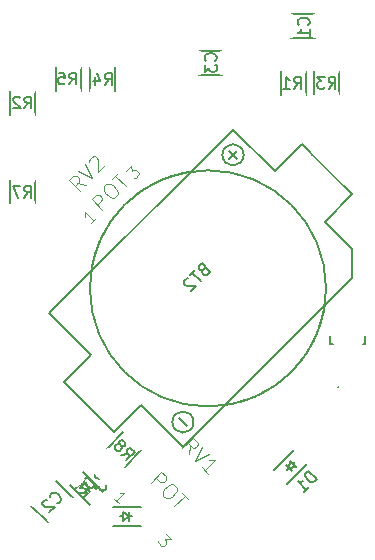
<source format=gbr>
G04 #@! TF.FileFunction,Legend,Bot*
%FSLAX46Y46*%
G04 Gerber Fmt 4.6, Leading zero omitted, Abs format (unit mm)*
G04 Created by KiCad (PCBNEW (2015-11-17 BZR 6321)-product) date Thu 03 Dec 2015 08:01:09 PM EST*
%MOMM*%
G01*
G04 APERTURE LIST*
%ADD10C,0.100000*%
%ADD11C,0.150000*%
%ADD12C,0.088900*%
%ADD13R,2.400000X2.000000*%
%ADD14R,1.400000X1.000000*%
%ADD15O,2.000000X2.000000*%
%ADD16R,1.200100X2.200860*%
%ADD17R,2.100000X2.400000*%
%ADD18C,1.924000*%
%ADD19C,2.000200*%
%ADD20C,1.300000*%
%ADD21C,1.299160*%
G04 APERTURE END LIST*
D10*
D11*
X82000505Y-89285787D02*
G75*
G02X90485786Y-80800505I9899495J-1414213D01*
G01*
X101799495Y-92114213D02*
G75*
G02X93314214Y-100599495I-9899495J1414213D01*
G01*
X82000505Y-96356854D02*
X78464971Y-92821320D01*
X89778680Y-104135029D02*
X86243146Y-100599495D01*
X97556854Y-80800505D02*
X94021320Y-77264971D01*
X104097592Y-87341243D02*
X101799495Y-85043146D01*
X97556854Y-96356854D02*
X104097592Y-89816117D01*
X104097592Y-89816117D02*
X104097592Y-87341243D01*
X93667767Y-79739845D02*
X94374874Y-79032738D01*
X90132233Y-102367262D02*
X89425126Y-101660155D01*
X90680067Y-102013708D02*
G75*
G03X90680067Y-102013708I-901387J0D01*
G01*
X78464971Y-92821320D02*
X94021320Y-77264971D01*
X102011627Y-78113499D02*
X100738835Y-79386292D01*
X104486501Y-80588373D02*
X102011627Y-78113499D01*
X103213708Y-81861165D02*
X104486501Y-80588373D01*
X99854951Y-78502408D02*
X97556854Y-80800505D01*
X104097592Y-82745049D02*
X99854951Y-78502408D01*
X101799495Y-85043146D02*
X104097592Y-82745049D01*
X101900000Y-90700000D02*
G75*
G03X101900000Y-90700000I-10000000J0D01*
G01*
X89778680Y-104135029D02*
X97556854Y-96356854D01*
X80586292Y-99538835D02*
X79313499Y-100811627D01*
X83945049Y-102897592D02*
X86243146Y-100599495D01*
X79313499Y-100811627D02*
X81788373Y-103286501D01*
X79702408Y-98654951D02*
X83945049Y-102897592D01*
X82000505Y-96356854D02*
X79702408Y-98654951D01*
X81788373Y-103286501D02*
X83061165Y-102013708D01*
X94922708Y-79386292D02*
G75*
G03X94922708Y-79386292I-901388J0D01*
G01*
X94374874Y-79739845D02*
X93667767Y-79032738D01*
X100950000Y-69525000D02*
X98950000Y-69525000D01*
X98950000Y-67475000D02*
X100950000Y-67475000D01*
X78364124Y-110500089D02*
X76949911Y-109085876D01*
X79035876Y-106999911D02*
X80450089Y-108414124D01*
X91125000Y-70575000D02*
X93125000Y-70575000D01*
X93125000Y-72625000D02*
X91125000Y-72625000D01*
X99126777Y-105573223D02*
X99303553Y-105396447D01*
X98773223Y-105926777D02*
X98596447Y-106103553D01*
X98773223Y-105926777D02*
X99374264Y-105820711D01*
X99374264Y-105820711D02*
X98879289Y-105325736D01*
X98879289Y-105325736D02*
X98773223Y-105926777D01*
X99020711Y-106174264D02*
X98525736Y-105679289D01*
X97465076Y-106103553D02*
X99162132Y-104406497D01*
X98596447Y-107234924D02*
X100293503Y-105537868D01*
X81350642Y-107369042D02*
X81173866Y-107192266D01*
X81704196Y-107722596D02*
X81880972Y-107899372D01*
X81704196Y-107722596D02*
X81598130Y-107121555D01*
X81598130Y-107121555D02*
X81103155Y-107616530D01*
X81103155Y-107616530D02*
X81704196Y-107722596D01*
X81951683Y-107475108D02*
X81456708Y-107970083D01*
X81880972Y-109030743D02*
X80183916Y-107333687D01*
X83012343Y-107899372D02*
X81315287Y-106202316D01*
X84700000Y-110000000D02*
X84450000Y-110000000D01*
X85200000Y-110000000D02*
X85450000Y-110000000D01*
X85200000Y-110000000D02*
X84700000Y-109650000D01*
X84700000Y-109650000D02*
X84700000Y-110350000D01*
X84700000Y-110350000D02*
X85200000Y-110000000D01*
X85200000Y-109650000D02*
X85200000Y-110350000D01*
X86250000Y-110800000D02*
X83850000Y-110800000D01*
X86250000Y-109200000D02*
X83850000Y-109200000D01*
X102200180Y-94698060D02*
X102200180Y-95399100D01*
X102200180Y-95399100D02*
X102449100Y-95399100D01*
X104999160Y-95399100D02*
X105199820Y-95399100D01*
X105199820Y-95399100D02*
X105199820Y-94698060D01*
X100225000Y-74300000D02*
X100225000Y-72300000D01*
X98075000Y-72300000D02*
X98075000Y-74300000D01*
X75125000Y-74000000D02*
X75125000Y-76000000D01*
X77275000Y-76000000D02*
X77275000Y-74000000D01*
X100875000Y-72250000D02*
X100875000Y-74250000D01*
X103025000Y-74250000D02*
X103025000Y-72250000D01*
X81875000Y-71978608D02*
X81875000Y-73978608D01*
X84025000Y-73978608D02*
X84025000Y-71978608D01*
X79029678Y-71978608D02*
X79029678Y-73978608D01*
X81179678Y-73978608D02*
X81179678Y-71978608D01*
X77275000Y-83500000D02*
X77275000Y-81500000D01*
X75125000Y-81500000D02*
X75125000Y-83500000D01*
X84838819Y-105781461D02*
X86253033Y-104367247D01*
X84732753Y-102846967D02*
X83318539Y-104261181D01*
X91495076Y-89143908D02*
X91427732Y-89278595D01*
X91427733Y-89345939D01*
X91461405Y-89446955D01*
X91562420Y-89547970D01*
X91663435Y-89581641D01*
X91730778Y-89581641D01*
X91831794Y-89547970D01*
X92101168Y-89278595D01*
X91394061Y-88571488D01*
X91158359Y-88807191D01*
X91124687Y-88908206D01*
X91124687Y-88975550D01*
X91158359Y-89076565D01*
X91225702Y-89143908D01*
X91326717Y-89177580D01*
X91394061Y-89177580D01*
X91495076Y-89143908D01*
X91730778Y-88908206D01*
X90787970Y-89177580D02*
X90383908Y-89581641D01*
X91293046Y-90086717D02*
X90585939Y-89379610D01*
X90249222Y-89851015D02*
X90181878Y-89851015D01*
X90080863Y-89884687D01*
X89912504Y-90053046D01*
X89878832Y-90154061D01*
X89878832Y-90221405D01*
X89912504Y-90322420D01*
X89979847Y-90389763D01*
X90114534Y-90457107D01*
X90922657Y-90457107D01*
X90484924Y-90894840D01*
X100407143Y-68393334D02*
X100454762Y-68345715D01*
X100502381Y-68202858D01*
X100502381Y-68107620D01*
X100454762Y-67964762D01*
X100359524Y-67869524D01*
X100264286Y-67821905D01*
X100073810Y-67774286D01*
X99930952Y-67774286D01*
X99740476Y-67821905D01*
X99645238Y-67869524D01*
X99550000Y-67964762D01*
X99502381Y-68107620D01*
X99502381Y-68202858D01*
X99550000Y-68345715D01*
X99597619Y-68393334D01*
X100502381Y-69345715D02*
X100502381Y-68774286D01*
X100502381Y-69060000D02*
X99502381Y-69060000D01*
X99645238Y-68964762D01*
X99740476Y-68869524D01*
X99788095Y-68774286D01*
X79090389Y-108894688D02*
X79157732Y-108894688D01*
X79292419Y-108827344D01*
X79359763Y-108760001D01*
X79427107Y-108625313D01*
X79427107Y-108490626D01*
X79393435Y-108389611D01*
X79292420Y-108221253D01*
X79191404Y-108120237D01*
X79023045Y-108019222D01*
X78922030Y-107985550D01*
X78787343Y-107985550D01*
X78652656Y-108052894D01*
X78585312Y-108120237D01*
X78517969Y-108254924D01*
X78517969Y-108322268D01*
X78248595Y-108591641D02*
X78181252Y-108591641D01*
X78080237Y-108625313D01*
X77911877Y-108793672D01*
X77878206Y-108894688D01*
X77878206Y-108962031D01*
X77911877Y-109063046D01*
X77979221Y-109130390D01*
X78113908Y-109197733D01*
X78922030Y-109197733D01*
X78484297Y-109635466D01*
X92537143Y-71413334D02*
X92584762Y-71365715D01*
X92632381Y-71222858D01*
X92632381Y-71127620D01*
X92584762Y-70984762D01*
X92489524Y-70889524D01*
X92394286Y-70841905D01*
X92203810Y-70794286D01*
X92060952Y-70794286D01*
X91870476Y-70841905D01*
X91775238Y-70889524D01*
X91680000Y-70984762D01*
X91632381Y-71127620D01*
X91632381Y-71222858D01*
X91680000Y-71365715D01*
X91727619Y-71413334D01*
X91632381Y-71746667D02*
X91632381Y-72365715D01*
X92013333Y-72032381D01*
X92013333Y-72175239D01*
X92060952Y-72270477D01*
X92108571Y-72318096D01*
X92203810Y-72365715D01*
X92441905Y-72365715D01*
X92537143Y-72318096D01*
X92584762Y-72270477D01*
X92632381Y-72175239D01*
X92632381Y-71889524D01*
X92584762Y-71794286D01*
X92537143Y-71746667D01*
X101099942Y-106856118D02*
X100392835Y-106149011D01*
X100224476Y-106317370D01*
X100157132Y-106452057D01*
X100157132Y-106586744D01*
X100190804Y-106687759D01*
X100291819Y-106856118D01*
X100392835Y-106957134D01*
X100561193Y-107058149D01*
X100662209Y-107091820D01*
X100796895Y-107091820D01*
X100931583Y-107024476D01*
X101099942Y-106856118D01*
X100022445Y-107933614D02*
X100426507Y-107529553D01*
X100224476Y-107731583D02*
X99517370Y-107024476D01*
X99685728Y-107058148D01*
X99820415Y-107058148D01*
X99921430Y-107024476D01*
X82369213Y-107343789D02*
X81662106Y-106636682D01*
X81493747Y-106805041D01*
X81426403Y-106939728D01*
X81426403Y-107074415D01*
X81460075Y-107175430D01*
X81561090Y-107343789D01*
X81662106Y-107444805D01*
X81830464Y-107545820D01*
X81931480Y-107579491D01*
X82066166Y-107579491D01*
X82200854Y-107512147D01*
X82369213Y-107343789D01*
X81056014Y-107377460D02*
X80988671Y-107377460D01*
X80887656Y-107411132D01*
X80719296Y-107579491D01*
X80685625Y-107680507D01*
X80685625Y-107747850D01*
X80719296Y-107848865D01*
X80786640Y-107916209D01*
X80921327Y-107983552D01*
X81729449Y-107983552D01*
X81291716Y-108421285D01*
X83302381Y-106261905D02*
X82302381Y-106261905D01*
X82302381Y-106500000D01*
X82350000Y-106642858D01*
X82445238Y-106738096D01*
X82540476Y-106785715D01*
X82730952Y-106833334D01*
X82873810Y-106833334D01*
X83064286Y-106785715D01*
X83159524Y-106738096D01*
X83254762Y-106642858D01*
X83302381Y-106500000D01*
X83302381Y-106261905D01*
X82302381Y-107166667D02*
X82302381Y-107785715D01*
X82683333Y-107452381D01*
X82683333Y-107595239D01*
X82730952Y-107690477D01*
X82778571Y-107738096D01*
X82873810Y-107785715D01*
X83111905Y-107785715D01*
X83207143Y-107738096D01*
X83254762Y-107690477D01*
X83302381Y-107595239D01*
X83302381Y-107309524D01*
X83254762Y-107214286D01*
X83207143Y-107166667D01*
X103795238Y-99106479D02*
X103890476Y-99058860D01*
X103985714Y-98963622D01*
X104128571Y-98820765D01*
X104223810Y-98773146D01*
X104319048Y-98773146D01*
X104271429Y-99011241D02*
X104366667Y-98963622D01*
X104461905Y-98868384D01*
X104509524Y-98677908D01*
X104509524Y-98344574D01*
X104461905Y-98154098D01*
X104366667Y-98058860D01*
X104271429Y-98011241D01*
X104080952Y-98011241D01*
X103985714Y-98058860D01*
X103890476Y-98154098D01*
X103842857Y-98344574D01*
X103842857Y-98677908D01*
X103890476Y-98868384D01*
X103985714Y-98963622D01*
X104080952Y-99011241D01*
X104271429Y-99011241D01*
X102890476Y-99011241D02*
X103461905Y-99011241D01*
X103176191Y-99011241D02*
X103176191Y-98011241D01*
X103271429Y-98154098D01*
X103366667Y-98249336D01*
X103461905Y-98296955D01*
X99196666Y-73782381D02*
X99530000Y-73306190D01*
X99768095Y-73782381D02*
X99768095Y-72782381D01*
X99387142Y-72782381D01*
X99291904Y-72830000D01*
X99244285Y-72877619D01*
X99196666Y-72972857D01*
X99196666Y-73115714D01*
X99244285Y-73210952D01*
X99291904Y-73258571D01*
X99387142Y-73306190D01*
X99768095Y-73306190D01*
X98244285Y-73782381D02*
X98815714Y-73782381D01*
X98530000Y-73782381D02*
X98530000Y-72782381D01*
X98625238Y-72925238D01*
X98720476Y-73020476D01*
X98815714Y-73068095D01*
X76366666Y-75452381D02*
X76700000Y-74976190D01*
X76938095Y-75452381D02*
X76938095Y-74452381D01*
X76557142Y-74452381D01*
X76461904Y-74500000D01*
X76414285Y-74547619D01*
X76366666Y-74642857D01*
X76366666Y-74785714D01*
X76414285Y-74880952D01*
X76461904Y-74928571D01*
X76557142Y-74976190D01*
X76938095Y-74976190D01*
X75985714Y-74547619D02*
X75938095Y-74500000D01*
X75842857Y-74452381D01*
X75604761Y-74452381D01*
X75509523Y-74500000D01*
X75461904Y-74547619D01*
X75414285Y-74642857D01*
X75414285Y-74738095D01*
X75461904Y-74880952D01*
X76033333Y-75452381D01*
X75414285Y-75452381D01*
X102116666Y-73782381D02*
X102450000Y-73306190D01*
X102688095Y-73782381D02*
X102688095Y-72782381D01*
X102307142Y-72782381D01*
X102211904Y-72830000D01*
X102164285Y-72877619D01*
X102116666Y-72972857D01*
X102116666Y-73115714D01*
X102164285Y-73210952D01*
X102211904Y-73258571D01*
X102307142Y-73306190D01*
X102688095Y-73306190D01*
X101783333Y-72782381D02*
X101164285Y-72782381D01*
X101497619Y-73163333D01*
X101354761Y-73163333D01*
X101259523Y-73210952D01*
X101211904Y-73258571D01*
X101164285Y-73353810D01*
X101164285Y-73591905D01*
X101211904Y-73687143D01*
X101259523Y-73734762D01*
X101354761Y-73782381D01*
X101640476Y-73782381D01*
X101735714Y-73734762D01*
X101783333Y-73687143D01*
X83166666Y-73472381D02*
X83500000Y-72996190D01*
X83738095Y-73472381D02*
X83738095Y-72472381D01*
X83357142Y-72472381D01*
X83261904Y-72520000D01*
X83214285Y-72567619D01*
X83166666Y-72662857D01*
X83166666Y-72805714D01*
X83214285Y-72900952D01*
X83261904Y-72948571D01*
X83357142Y-72996190D01*
X83738095Y-72996190D01*
X82309523Y-72805714D02*
X82309523Y-73472381D01*
X82547619Y-72424762D02*
X82785714Y-73139048D01*
X82166666Y-73139048D01*
X80171344Y-73430989D02*
X80504678Y-72954798D01*
X80742773Y-73430989D02*
X80742773Y-72430989D01*
X80361820Y-72430989D01*
X80266582Y-72478608D01*
X80218963Y-72526227D01*
X80171344Y-72621465D01*
X80171344Y-72764322D01*
X80218963Y-72859560D01*
X80266582Y-72907179D01*
X80361820Y-72954798D01*
X80742773Y-72954798D01*
X79266582Y-72430989D02*
X79742773Y-72430989D01*
X79790392Y-72907179D01*
X79742773Y-72859560D01*
X79647535Y-72811941D01*
X79409439Y-72811941D01*
X79314201Y-72859560D01*
X79266582Y-72907179D01*
X79218963Y-73002418D01*
X79218963Y-73240513D01*
X79266582Y-73335751D01*
X79314201Y-73383370D01*
X79409439Y-73430989D01*
X79647535Y-73430989D01*
X79742773Y-73383370D01*
X79790392Y-73335751D01*
X76356666Y-83002381D02*
X76690000Y-82526190D01*
X76928095Y-83002381D02*
X76928095Y-82002381D01*
X76547142Y-82002381D01*
X76451904Y-82050000D01*
X76404285Y-82097619D01*
X76356666Y-82192857D01*
X76356666Y-82335714D01*
X76404285Y-82430952D01*
X76451904Y-82478571D01*
X76547142Y-82526190D01*
X76928095Y-82526190D01*
X76023333Y-82002381D02*
X75356666Y-82002381D01*
X75785238Y-83002381D01*
X84577969Y-104827732D02*
X85150390Y-104726717D01*
X84982030Y-105231794D02*
X85689137Y-104524687D01*
X85419763Y-104255312D01*
X85318747Y-104221641D01*
X85251404Y-104221641D01*
X85150389Y-104255312D01*
X85049374Y-104356328D01*
X85015702Y-104457343D01*
X85015702Y-104524686D01*
X85049374Y-104625701D01*
X85318748Y-104895076D01*
X84577970Y-104019610D02*
X84678985Y-104053282D01*
X84746328Y-104053282D01*
X84847343Y-104019610D01*
X84881015Y-103985939D01*
X84914687Y-103884924D01*
X84914687Y-103817580D01*
X84881015Y-103716565D01*
X84746328Y-103581877D01*
X84645312Y-103548206D01*
X84577969Y-103548206D01*
X84476954Y-103581877D01*
X84443282Y-103615549D01*
X84409610Y-103716564D01*
X84409610Y-103783908D01*
X84443282Y-103884923D01*
X84577970Y-104019610D01*
X84611641Y-104120626D01*
X84611641Y-104187969D01*
X84577969Y-104288985D01*
X84443282Y-104423672D01*
X84342267Y-104457343D01*
X84274924Y-104457343D01*
X84173908Y-104423672D01*
X84039221Y-104288984D01*
X84005549Y-104187969D01*
X84005549Y-104120626D01*
X84039221Y-104019610D01*
X84173908Y-103884924D01*
X84274924Y-103851251D01*
X84342267Y-103851251D01*
X84443282Y-103884923D01*
D12*
X90256250Y-104745067D02*
X90384540Y-104018094D01*
X89743093Y-104231910D02*
X90641119Y-103333884D01*
X90983223Y-103675989D01*
X91025987Y-103804278D01*
X91025987Y-103889804D01*
X90983223Y-104018094D01*
X90854934Y-104146383D01*
X90726645Y-104189147D01*
X90641119Y-104189147D01*
X90512829Y-104146383D01*
X90170724Y-103804278D01*
X91410855Y-104103620D02*
X90812171Y-105300988D01*
X92009539Y-104702304D01*
X91881249Y-106370066D02*
X91368092Y-105856908D01*
X91624670Y-106113487D02*
X92522696Y-105215461D01*
X92308881Y-105258224D01*
X92137828Y-105258224D01*
X92009539Y-105215461D01*
X87066054Y-107168554D02*
X87964080Y-106270528D01*
X88306184Y-106612633D01*
X88348948Y-106740922D01*
X88348948Y-106826448D01*
X88306184Y-106954738D01*
X88177895Y-107083027D01*
X88049606Y-107125791D01*
X87964080Y-107125791D01*
X87835790Y-107083027D01*
X87493685Y-106740922D01*
X89033158Y-107339606D02*
X89204210Y-107510658D01*
X89246974Y-107638948D01*
X89246974Y-107810000D01*
X89118684Y-108023816D01*
X88819342Y-108323157D01*
X88605527Y-108451447D01*
X88434474Y-108451448D01*
X88306184Y-108408684D01*
X88135132Y-108237632D01*
X88092369Y-108109342D01*
X88092369Y-107938290D01*
X88220659Y-107724474D01*
X88520001Y-107425132D01*
X88733816Y-107296843D01*
X88904868Y-107296843D01*
X89033158Y-107339606D01*
X89674604Y-107981053D02*
X90187762Y-108494211D01*
X89033158Y-109135658D02*
X89931184Y-108237632D01*
X88320790Y-111485390D02*
X88754409Y-111919009D01*
X88254080Y-111952364D01*
X88354146Y-112052429D01*
X88387502Y-112152495D01*
X88387501Y-112219205D01*
X88354146Y-112319272D01*
X88187370Y-112486048D01*
X88087304Y-112519403D01*
X88020594Y-112519403D01*
X87920528Y-112486048D01*
X87720397Y-112285917D01*
X87687042Y-112185850D01*
X87687041Y-112119140D01*
X84327143Y-108892663D02*
X83926880Y-108492400D01*
X84127011Y-108692531D02*
X84827471Y-107992071D01*
X84660695Y-108025426D01*
X84527274Y-108025427D01*
X84427209Y-107992071D01*
X81561711Y-81910789D02*
X80834738Y-81782499D01*
X81048554Y-82423946D02*
X80150528Y-81525920D01*
X80492633Y-81183816D01*
X80620922Y-81141052D01*
X80706448Y-81141052D01*
X80834738Y-81183816D01*
X80963027Y-81312105D01*
X81005791Y-81440394D01*
X81005791Y-81525920D01*
X80963027Y-81654210D01*
X80620922Y-81996315D01*
X80920264Y-80756184D02*
X82117632Y-81354868D01*
X81518948Y-80157500D01*
X81861053Y-79986448D02*
X81861053Y-79900922D01*
X81903816Y-79772633D01*
X82117631Y-79558817D01*
X82245921Y-79516053D01*
X82331447Y-79516053D01*
X82459737Y-79558817D01*
X82545263Y-79644343D01*
X82630789Y-79815396D01*
X82630789Y-80841710D01*
X83186710Y-80285790D01*
X82968554Y-84033946D02*
X82070528Y-83135920D01*
X82412633Y-82793816D01*
X82540922Y-82751052D01*
X82626448Y-82751052D01*
X82754738Y-82793816D01*
X82883027Y-82922105D01*
X82925791Y-83050394D01*
X82925791Y-83135920D01*
X82883027Y-83264210D01*
X82540922Y-83606315D01*
X83139606Y-82066842D02*
X83310658Y-81895790D01*
X83438948Y-81853026D01*
X83610000Y-81853026D01*
X83823816Y-81981316D01*
X84123157Y-82280658D01*
X84251447Y-82494473D01*
X84251448Y-82665526D01*
X84208684Y-82793816D01*
X84037632Y-82964868D01*
X83909342Y-83007631D01*
X83738290Y-83007631D01*
X83524474Y-82879341D01*
X83225132Y-82579999D01*
X83096843Y-82366184D01*
X83096843Y-82195132D01*
X83139606Y-82066842D01*
X83781053Y-81425396D02*
X84294211Y-80912238D01*
X84935658Y-82066842D02*
X84037632Y-81168816D01*
X84989339Y-80733159D02*
X85422958Y-80299540D01*
X85456313Y-80799869D01*
X85556378Y-80699803D01*
X85656444Y-80666447D01*
X85723154Y-80666448D01*
X85823221Y-80699803D01*
X85989997Y-80866579D01*
X86023352Y-80966645D01*
X86023352Y-81033355D01*
X85989997Y-81133421D01*
X85789866Y-81333552D01*
X85689799Y-81366907D01*
X85623089Y-81366908D01*
X82396612Y-84726806D02*
X81996349Y-85127069D01*
X82196480Y-84926938D02*
X81496020Y-84226478D01*
X81529375Y-84393254D01*
X81529376Y-84526675D01*
X81496020Y-84626740D01*
%LPC*%
D10*
G36*
X80763069Y-104594648D02*
X78005352Y-101836931D01*
X80409515Y-99432768D01*
X83167232Y-102190485D01*
X80763069Y-104594648D01*
X80763069Y-104594648D01*
G37*
G36*
X103036931Y-76805352D02*
X105794648Y-79563069D01*
X103390485Y-81967232D01*
X100632768Y-79209515D01*
X103036931Y-76805352D01*
X103036931Y-76805352D01*
G37*
D13*
X97950000Y-68500000D03*
X101950000Y-68500000D03*
D10*
G36*
X75411953Y-107512563D02*
X77462563Y-105461953D01*
X79159619Y-107159009D01*
X77109009Y-109209619D01*
X75411953Y-107512563D01*
X75411953Y-107512563D01*
G37*
G36*
X78240381Y-110340991D02*
X80290991Y-108290381D01*
X81988047Y-109987437D01*
X79937437Y-112038047D01*
X78240381Y-110340991D01*
X78240381Y-110340991D01*
G37*
D13*
X94125000Y-71600000D03*
X90125000Y-71600000D03*
D10*
G36*
X97921160Y-107485947D02*
X97214053Y-106778840D01*
X98204002Y-105788891D01*
X98911109Y-106495998D01*
X97921160Y-107485947D01*
X97921160Y-107485947D01*
G37*
G36*
X99695998Y-105711109D02*
X98988891Y-105004002D01*
X99978840Y-104014053D01*
X100685947Y-104721160D01*
X99695998Y-105711109D01*
X99695998Y-105711109D01*
G37*
G36*
X83263366Y-108574659D02*
X82556259Y-109281766D01*
X81566310Y-108291817D01*
X82273417Y-107584710D01*
X83263366Y-108574659D01*
X83263366Y-108574659D01*
G37*
G36*
X81488528Y-106799821D02*
X80781421Y-107506928D01*
X79791472Y-106516979D01*
X80498579Y-105809872D01*
X81488528Y-106799821D01*
X81488528Y-106799821D01*
G37*
D14*
X86205000Y-110000000D03*
X83695000Y-110000000D03*
D15*
X94450000Y-68000000D03*
X91910000Y-68000000D03*
X89370000Y-68000000D03*
X86830000Y-68000000D03*
X86830000Y-75620000D03*
X89370000Y-75620000D03*
X91910000Y-75620000D03*
X94450000Y-75620000D03*
D16*
X102750000Y-93247720D03*
X104650000Y-93247720D03*
X103700000Y-96250000D03*
D17*
X99150000Y-71300000D03*
X99150000Y-75300000D03*
X76200000Y-77000000D03*
X76200000Y-73000000D03*
X101950000Y-75250000D03*
X101950000Y-71250000D03*
X82950000Y-74978608D03*
X82950000Y-70978608D03*
X80104678Y-74978608D03*
X80104678Y-70978608D03*
D18*
X101700000Y-96500000D03*
X103821320Y-98621320D03*
D17*
X76200000Y-80500000D03*
X76200000Y-84500000D03*
D10*
G36*
X86306066Y-101309010D02*
X87790990Y-102793934D01*
X86093934Y-104490990D01*
X84609010Y-103006066D01*
X86306066Y-101309010D01*
X86306066Y-101309010D01*
G37*
G36*
X83477638Y-104137438D02*
X84962562Y-105622362D01*
X83265506Y-107319418D01*
X81780582Y-105834494D01*
X83477638Y-104137438D01*
X83477638Y-104137438D01*
G37*
D19*
X96709872Y-107990128D03*
X101200000Y-103500000D03*
D20*
X76375000Y-94000000D03*
X76375000Y-97000000D03*
D21*
X79560857Y-87685193D02*
X79135193Y-88110857D01*
X78662832Y-86787168D02*
X78237168Y-87212832D01*
X80458883Y-88583219D02*
X80033219Y-89008883D01*
M02*

</source>
